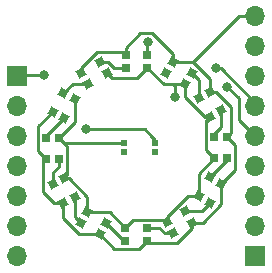
<source format=gbr>
%TF.GenerationSoftware,KiCad,Pcbnew,6.0.8-f2edbf62ab~116~ubuntu20.04.1*%
%TF.CreationDate,2022-10-17T17:20:23+03:00*%
%TF.ProjectId,nicla_sense,6e69636c-615f-4736-956e-73652e6b6963,rev?*%
%TF.SameCoordinates,Original*%
%TF.FileFunction,Copper,L1,Top*%
%TF.FilePolarity,Positive*%
%FSLAX46Y46*%
G04 Gerber Fmt 4.6, Leading zero omitted, Abs format (unit mm)*
G04 Created by KiCad (PCBNEW 6.0.8-f2edbf62ab~116~ubuntu20.04.1) date 2022-10-17 17:20:23*
%MOMM*%
%LPD*%
G01*
G04 APERTURE LIST*
G04 Aperture macros list*
%AMRotRect*
0 Rectangle, with rotation*
0 The origin of the aperture is its center*
0 $1 length*
0 $2 width*
0 $3 Rotation angle, in degrees counterclockwise*
0 Add horizontal line*
21,1,$1,$2,0,0,$3*%
G04 Aperture macros list end*
%TA.AperFunction,SMDPad,CuDef*%
%ADD10RotRect,0.700000X0.700000X150.000000*%
%TD*%
%TA.AperFunction,SMDPad,CuDef*%
%ADD11RotRect,0.700000X0.700000X330.000000*%
%TD*%
%TA.AperFunction,ComponentPad*%
%ADD12R,1.700000X1.700000*%
%TD*%
%TA.AperFunction,ComponentPad*%
%ADD13O,1.700000X1.700000*%
%TD*%
%TA.AperFunction,SMDPad,CuDef*%
%ADD14RotRect,0.700000X0.700000X300.000000*%
%TD*%
%TA.AperFunction,SMDPad,CuDef*%
%ADD15RotRect,0.700000X0.700000X120.000000*%
%TD*%
%TA.AperFunction,SMDPad,CuDef*%
%ADD16R,0.700000X0.700000*%
%TD*%
%TA.AperFunction,SMDPad,CuDef*%
%ADD17RotRect,0.700000X0.700000X30.000000*%
%TD*%
%TA.AperFunction,SMDPad,CuDef*%
%ADD18RotRect,0.700000X0.700000X210.000000*%
%TD*%
%TA.AperFunction,SMDPad,CuDef*%
%ADD19RotRect,0.700000X0.700000X240.000000*%
%TD*%
%TA.AperFunction,SMDPad,CuDef*%
%ADD20RotRect,0.700000X0.700000X60.000000*%
%TD*%
%TA.AperFunction,SMDPad,CuDef*%
%ADD21R,0.550000X0.550000*%
%TD*%
%TA.AperFunction,ViaPad*%
%ADD22C,0.800000*%
%TD*%
%TA.AperFunction,Conductor*%
%ADD23C,0.250000*%
%TD*%
G04 APERTURE END LIST*
D10*
%TO.P,D6,1,VDD*%
%TO.N,+5V*%
X142987413Y-109173814D03*
%TO.P,D6,2,DOUT*%
%TO.N,Net-(D6-Pad2)*%
X143537413Y-108221186D03*
D11*
%TO.P,D6,3,VSS*%
%TO.N,GND*%
X141952587Y-107306186D03*
%TO.P,D6,4,DIN*%
%TO.N,Net-(D5-Pad2)*%
X141402587Y-108258814D03*
%TD*%
D12*
%TO.P,J2,1,Pin_1*%
%TO.N,unconnected-(J2-Pad1)*%
X156180000Y-111080000D03*
D13*
%TO.P,J2,2,Pin_2*%
%TO.N,unconnected-(J2-Pad2)*%
X156180000Y-108540000D03*
%TO.P,J2,3,Pin_3*%
%TO.N,unconnected-(J2-Pad3)*%
X156180000Y-106000000D03*
%TO.P,J2,4,Pin_4*%
%TO.N,unconnected-(J2-Pad4)*%
X156180000Y-103460000D03*
%TO.P,J2,5,Pin_5*%
%TO.N,DIN*%
X156180000Y-100920000D03*
%TO.P,J2,6,Pin_6*%
%TO.N,GND*%
X156180000Y-98380000D03*
%TO.P,J2,7,Pin_7*%
%TO.N,unconnected-(J2-Pad7)*%
X156180000Y-95840000D03*
%TO.P,J2,8,Pin_8*%
%TO.N,unconnected-(J2-Pad8)*%
X156180000Y-93300000D03*
%TO.P,J2,9,Pin_9*%
%TO.N,+5V*%
X156180000Y-90760000D03*
%TD*%
D14*
%TO.P,D11,1,VDD*%
%TO.N,+5V*%
X152358814Y-97132587D03*
%TO.P,D11,2,DOUT*%
%TO.N,Net-(D11-Pad2)*%
X151406186Y-97682587D03*
D15*
%TO.P,D11,3,VSS*%
%TO.N,GND*%
X152321186Y-99267413D03*
%TO.P,D11,4,DIN*%
%TO.N,Net-(D10-Pad2)*%
X153273814Y-98717413D03*
%TD*%
D16*
%TO.P,D7,1,VDD*%
%TO.N,+5V*%
X147005000Y-109740000D03*
%TO.P,D7,2,DOUT*%
%TO.N,Net-(D7-Pad2)*%
X147005000Y-108640000D03*
%TO.P,D7,3,VSS*%
%TO.N,GND*%
X145175000Y-108640000D03*
%TO.P,D7,4,DIN*%
%TO.N,Net-(D6-Pad2)*%
X145175000Y-109740000D03*
%TD*%
D17*
%TO.P,D2,1,VDD*%
%TO.N,+5V*%
X141446984Y-95511186D03*
%TO.P,D2,2,DOUT*%
%TO.N,Net-(D2-Pad2)*%
X141996984Y-96463814D03*
D18*
%TO.P,D2,3,VSS*%
%TO.N,GND*%
X143581810Y-95548814D03*
%TO.P,D2,4,DIN*%
%TO.N,Net-(D1-Pad2)*%
X143031810Y-94596186D03*
%TD*%
D11*
%TO.P,D12,1,VDD*%
%TO.N,+5V*%
X149182587Y-94596186D03*
%TO.P,D12,2,DOUT*%
%TO.N,unconnected-(D12-Pad2)*%
X148632587Y-95548814D03*
D10*
%TO.P,D12,3,VSS*%
%TO.N,GND*%
X150217413Y-96463814D03*
%TO.P,D12,4,DIN*%
%TO.N,Net-(D11-Pad2)*%
X150767413Y-95511186D03*
%TD*%
D19*
%TO.P,D9,1,VDD*%
%TO.N,+5V*%
X153273814Y-104942587D03*
%TO.P,D9,2,DOUT*%
%TO.N,Net-(D10-Pad4)*%
X152321186Y-104392587D03*
D20*
%TO.P,D9,3,VSS*%
%TO.N,GND*%
X151406186Y-105977413D03*
%TO.P,D9,4,DIN*%
%TO.N,Net-(D8-Pad2)*%
X152358814Y-106527413D03*
%TD*%
D18*
%TO.P,D8,1,VDD*%
%TO.N,+5V*%
X150793017Y-108218814D03*
%TO.P,D8,2,DOUT*%
%TO.N,Net-(D8-Pad2)*%
X150243017Y-107266186D03*
D17*
%TO.P,D8,3,VSS*%
%TO.N,GND*%
X148658191Y-108181186D03*
%TO.P,D8,4,DIN*%
%TO.N,Net-(D7-Pad2)*%
X149208191Y-109133814D03*
%TD*%
D16*
%TO.P,D4,1,VDD*%
%TO.N,+5V*%
X138440000Y-102858522D03*
%TO.P,D4,2,DOUT*%
%TO.N,Net-(D4-Pad2)*%
X139540000Y-102858522D03*
%TO.P,D4,3,VSS*%
%TO.N,GND*%
X139540000Y-101028522D03*
%TO.P,D4,4,DIN*%
%TO.N,Net-(D3-Pad2)*%
X138440000Y-101028522D03*
%TD*%
%TO.P,D10,1,VDD*%
%TO.N,+5V*%
X153800000Y-100935000D03*
%TO.P,D10,2,DOUT*%
%TO.N,Net-(D10-Pad2)*%
X152700000Y-100935000D03*
%TO.P,D10,3,VSS*%
%TO.N,GND*%
X152700000Y-102765000D03*
%TO.P,D10,4,DIN*%
%TO.N,Net-(D10-Pad4)*%
X153800000Y-102765000D03*
%TD*%
%TO.P,D1,1,VDD*%
%TO.N,+5V*%
X145205000Y-93990000D03*
%TO.P,D1,2,DOUT*%
%TO.N,Net-(D1-Pad2)*%
X145205000Y-95090000D03*
%TO.P,D1,3,VSS*%
%TO.N,GND*%
X147035000Y-95090000D03*
%TO.P,D1,4,DIN*%
%TO.N,DIN*%
X147035000Y-93990000D03*
%TD*%
D15*
%TO.P,D5,1,VDD*%
%TO.N,+5V*%
X139921186Y-106567413D03*
%TO.P,D5,2,DOUT*%
%TO.N,Net-(D5-Pad2)*%
X140873814Y-106017413D03*
D14*
%TO.P,D5,3,VSS*%
%TO.N,GND*%
X139958814Y-104432587D03*
%TO.P,D5,4,DIN*%
%TO.N,Net-(D4-Pad2)*%
X139006186Y-104982587D03*
%TD*%
D21*
%TO.P,S1,A1*%
%TO.N,GND*%
X145055000Y-101485000D03*
%TO.P,S1,A2*%
%TO.N,unconnected-(S1-PadA2)*%
X145055000Y-102235000D03*
%TO.P,S1,B1*%
%TO.N,Net-(J1-Pad1)*%
X147705000Y-101485000D03*
%TO.P,S1,B2*%
%TO.N,unconnected-(S1-PadB2)*%
X147705000Y-102235000D03*
%TD*%
D20*
%TO.P,D3,1,VDD*%
%TO.N,+5V*%
X139006186Y-98817413D03*
%TO.P,D3,2,DOUT*%
%TO.N,Net-(D3-Pad2)*%
X139958814Y-99367413D03*
D19*
%TO.P,D3,3,VSS*%
%TO.N,GND*%
X140873814Y-97782587D03*
%TO.P,D3,4,DIN*%
%TO.N,Net-(D2-Pad2)*%
X139921186Y-97232587D03*
%TD*%
D12*
%TO.P,J1,1,Pin_1*%
%TO.N,Net-(J1-Pad1)*%
X135950000Y-95830000D03*
D13*
%TO.P,J1,2,Pin_2*%
%TO.N,unconnected-(J1-Pad2)*%
X135950000Y-98370000D03*
%TO.P,J1,3,Pin_3*%
%TO.N,unconnected-(J1-Pad3)*%
X135950000Y-100910000D03*
%TO.P,J1,4,Pin_4*%
%TO.N,unconnected-(J1-Pad4)*%
X135950000Y-103450000D03*
%TO.P,J1,5,Pin_5*%
%TO.N,unconnected-(J1-Pad5)*%
X135950000Y-105990000D03*
%TO.P,J1,6,Pin_6*%
%TO.N,unconnected-(J1-Pad6)*%
X135950000Y-108530000D03*
%TO.P,J1,7,Pin_7*%
%TO.N,unconnected-(J1-Pad7)*%
X135950000Y-111070000D03*
%TD*%
D22*
%TO.N,GND*%
X149400000Y-97600000D03*
X152800000Y-95100000D03*
%TO.N,DIN*%
X147100000Y-92900000D03*
X153800000Y-96700000D03*
%TO.N,Net-(J1-Pad1)*%
X138310000Y-95750000D03*
X141850000Y-100330000D03*
%TD*%
D23*
%TO.N,Net-(J1-Pad1)*%
X141850000Y-100330000D02*
X146812000Y-100330000D01*
X146812000Y-100330000D02*
X147417000Y-100935000D01*
X147417000Y-100935000D02*
X147431778Y-100935000D01*
X147431778Y-100935000D02*
X147705000Y-101208222D01*
X147705000Y-101208222D02*
X147705000Y-101485000D01*
%TO.N,+5V*%
X151733251Y-108218814D02*
X153273814Y-106678251D01*
X139921186Y-107843251D02*
X141251749Y-109173814D01*
X147201923Y-109936923D02*
X149543077Y-109936923D01*
X154076923Y-100658077D02*
X154076923Y-98401521D01*
X150793017Y-108218814D02*
X151733251Y-108218814D01*
X150918251Y-94596186D02*
X149182587Y-94596186D01*
X154475000Y-101610000D02*
X153800000Y-100935000D01*
X139157413Y-106567413D02*
X139921186Y-106567413D01*
X142987413Y-109173814D02*
X144228599Y-110415000D01*
X149182587Y-93957989D02*
X147400098Y-92175500D01*
X152807989Y-97132587D02*
X152358814Y-97132587D01*
X156180000Y-90760000D02*
X154754437Y-90760000D01*
X138203077Y-105613077D02*
X139157413Y-106567413D01*
X139006186Y-98817413D02*
X137765000Y-100058599D01*
X154754437Y-90760000D02*
X150918251Y-94596186D01*
X145205000Y-93990000D02*
X145008077Y-93793077D01*
X137765000Y-102183522D02*
X138440000Y-102858522D01*
X137765000Y-100058599D02*
X137765000Y-102183522D01*
X147005000Y-109740000D02*
X147201923Y-109936923D01*
X138203077Y-103095445D02*
X138203077Y-105613077D01*
X147400098Y-92175500D02*
X146419500Y-92175500D01*
X152358814Y-96036749D02*
X150918251Y-94596186D01*
X144228599Y-110415000D02*
X146330000Y-110415000D01*
X152358814Y-97132587D02*
X152358814Y-96036749D01*
X153273814Y-106678251D02*
X153273814Y-104942587D01*
X142760948Y-93793077D02*
X141446984Y-95107041D01*
X154475000Y-103741401D02*
X154475000Y-101610000D01*
X146330000Y-110415000D02*
X147005000Y-109740000D01*
X141446984Y-95107041D02*
X141446984Y-95511186D01*
X141251749Y-109173814D02*
X142987413Y-109173814D01*
X138440000Y-102858522D02*
X138203077Y-103095445D01*
X145008077Y-93793077D02*
X142760948Y-93793077D01*
X154076923Y-98401521D02*
X152807989Y-97132587D01*
X149543077Y-109936923D02*
X150793017Y-108686983D01*
X146419500Y-92175500D02*
X145205000Y-93390000D01*
X145205000Y-93390000D02*
X145205000Y-93990000D01*
X139921186Y-106567413D02*
X139921186Y-107843251D01*
X150793017Y-108686983D02*
X150793017Y-108218814D01*
X149182587Y-94596186D02*
X149182587Y-93957989D01*
X153273814Y-104942587D02*
X154475000Y-103741401D01*
X153800000Y-100935000D02*
X154076923Y-100658077D01*
%TO.N,Net-(D1-Pad2)*%
X144188834Y-95090000D02*
X143695020Y-94596186D01*
X143695020Y-94596186D02*
X143031810Y-94596186D01*
X145205000Y-95090000D02*
X144188834Y-95090000D01*
%TO.N,GND*%
X139540000Y-101028522D02*
X140215000Y-101703522D01*
X149400000Y-96700000D02*
X149400000Y-97600000D01*
X148442005Y-107965000D02*
X148658191Y-108181186D01*
X143841186Y-107306186D02*
X145175000Y-108640000D01*
X156180000Y-98055402D02*
X153224598Y-95100000D01*
X140215000Y-104176401D02*
X139958814Y-104432587D01*
X139958814Y-104432587D02*
X140362959Y-104432587D01*
X148408814Y-96463814D02*
X147035000Y-95090000D01*
X156180000Y-98380000D02*
X156180000Y-98055402D01*
X151406186Y-105977413D02*
X151406186Y-104058814D01*
X145850000Y-107965000D02*
X148442005Y-107965000D01*
X152321186Y-99267413D02*
X151917041Y-99267413D01*
X144003492Y-95970496D02*
X143581810Y-95548814D01*
X141952587Y-107306186D02*
X143841186Y-107306186D01*
X150457819Y-105977413D02*
X151406186Y-105977413D01*
X150217413Y-96463814D02*
X148408814Y-96463814D01*
X140362959Y-104432587D02*
X141952587Y-106022215D01*
X140873814Y-99694708D02*
X139540000Y-101028522D01*
X148658191Y-107777041D02*
X150457819Y-105977413D01*
X145055000Y-101485000D02*
X139996478Y-101485000D01*
X148408814Y-96463814D02*
X149163814Y-96463814D01*
X151406186Y-104058814D02*
X152700000Y-102765000D01*
X141952587Y-106022215D02*
X141952587Y-107306186D01*
X140215000Y-101703522D02*
X140215000Y-104176401D01*
X151917041Y-99267413D02*
X150217413Y-97567785D01*
X148658191Y-108181186D02*
X148658191Y-107777041D01*
X153224598Y-95100000D02*
X152800000Y-95100000D01*
X150217413Y-97567785D02*
X150217413Y-96463814D01*
X140873814Y-97782587D02*
X140873814Y-99694708D01*
X152700000Y-102765000D02*
X152025000Y-102090000D01*
X152025000Y-99563599D02*
X152321186Y-99267413D01*
X152025000Y-102090000D02*
X152025000Y-99563599D01*
X149163814Y-96463814D02*
X149400000Y-96700000D01*
X147035000Y-95090000D02*
X146154504Y-95970496D01*
X145175000Y-108640000D02*
X145850000Y-107965000D01*
X139996478Y-101485000D02*
X139540000Y-101028522D01*
X146154504Y-95970496D02*
X144003492Y-95970496D01*
%TO.N,DIN*%
X147035000Y-92965000D02*
X147100000Y-92900000D01*
X147035000Y-93990000D02*
X147035000Y-92965000D01*
X154801923Y-97701923D02*
X153800000Y-96700000D01*
X154801923Y-99541923D02*
X154801923Y-97701923D01*
X156180000Y-100920000D02*
X154801923Y-99541923D01*
%TO.N,Net-(D2-Pad2)*%
X140689959Y-96463814D02*
X139921186Y-97232587D01*
X141996984Y-96463814D02*
X140689959Y-96463814D01*
%TO.N,Net-(J1-Pad1)*%
X136030000Y-95750000D02*
X135950000Y-95830000D01*
X138310000Y-95750000D02*
X136030000Y-95750000D01*
%TO.N,Net-(D5-Pad2)*%
X140873814Y-106017413D02*
X140873814Y-107730041D01*
X140873814Y-107730041D02*
X141402587Y-108258814D01*
%TO.N,Net-(D3-Pad2)*%
X139958814Y-99367413D02*
X138440000Y-100886227D01*
X138440000Y-100886227D02*
X138440000Y-101028522D01*
%TO.N,Net-(D4-Pad2)*%
X139540000Y-102858522D02*
X139540000Y-103458522D01*
X139540000Y-103458522D02*
X139006186Y-103992336D01*
X139006186Y-103992336D02*
X139006186Y-104982587D01*
%TO.N,Net-(D6-Pad2)*%
X145056227Y-109740000D02*
X145175000Y-109740000D01*
X143537413Y-108221186D02*
X145056227Y-109740000D01*
%TO.N,Net-(D10-Pad4)*%
X153800000Y-102913773D02*
X153800000Y-102765000D01*
X152321186Y-104392587D02*
X153800000Y-102913773D01*
%TO.N,Net-(D7-Pad2)*%
X147005000Y-108640000D02*
X148051167Y-108640000D01*
X148051167Y-108640000D02*
X148544981Y-109133814D01*
X148544981Y-109133814D02*
X149208191Y-109133814D01*
%TO.N,Net-(D8-Pad2)*%
X151620041Y-107266186D02*
X152358814Y-106527413D01*
X150243017Y-107266186D02*
X151620041Y-107266186D01*
%TO.N,Net-(D10-Pad2)*%
X152700000Y-100685000D02*
X153273814Y-100111186D01*
X152700000Y-100935000D02*
X152700000Y-100685000D01*
X153273814Y-100111186D02*
X153273814Y-98717413D01*
%TO.N,Net-(D11-Pad2)*%
X151406186Y-97682587D02*
X151406186Y-96149959D01*
X151406186Y-96149959D02*
X150767413Y-95511186D01*
%TD*%
M02*

</source>
